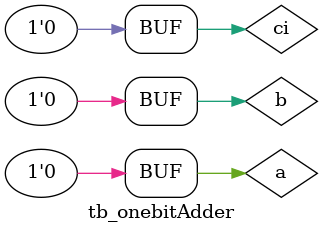
<source format=v>
`timescale 1ns / 1ps


module tb_onebitAdder;

	// Inputs
	reg a;
	reg b;
	reg ci;

	// Outputs
	wire s;
	wire co;

	// Instantiate the Unit Under Test (UUT)
	onebitAddder uut (
		.a(a), 
		.b(b), 
		.ci(ci), 
		.s(s), 
		.co(co)
	);

	initial begin
		// Initialize Inputs
		a = 0;
		b = 0;
		ci = 0;

		// Wait 100 ns for global reset to finish
		#100;
        
		// Add stimulus here

	end
      
endmodule


</source>
